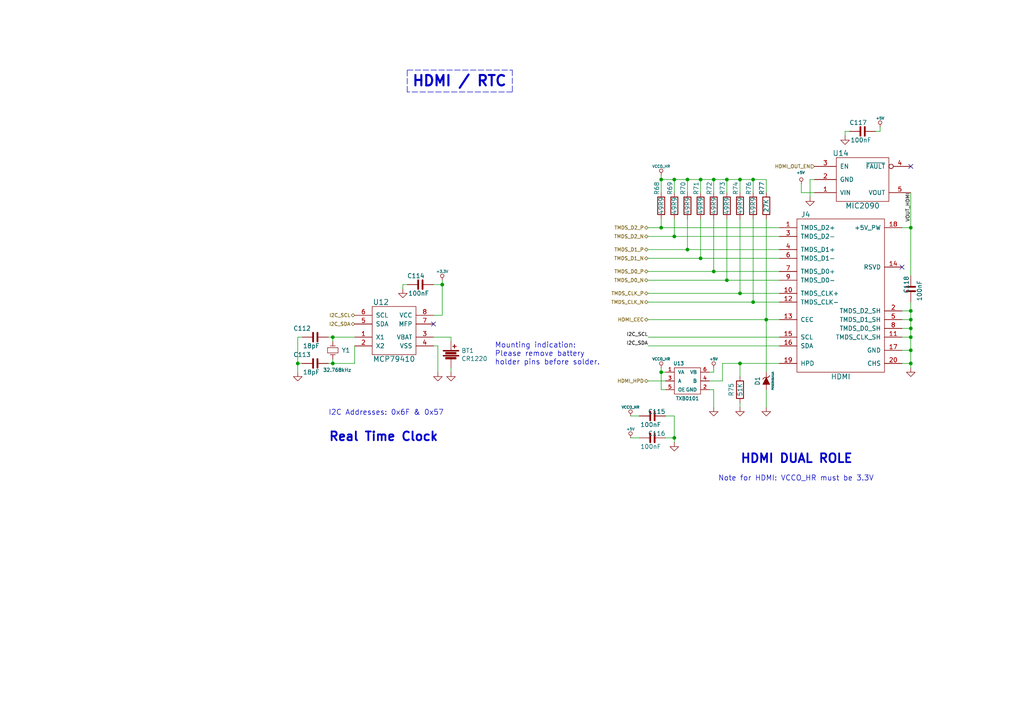
<source format=kicad_sch>
(kicad_sch (version 20250114) (generator "eeschema") (generator_version "9.0")
  (paper "A4")
  (title_block (title "CIAA-ACC HDMI Dual Role") (date "2019-08-28") (rev "V1.4") (company "COMPUTADORA INDUSTRIAL ABIERTA ARGENTINA. CIAA-ACC (HPC)") (comment 1 "Authors: See 'doc/CHANGES.txt' file.      License: See 'doc/LICENCIA_CIAA_ACC.txt' file."))
  (lib_symbols
    (symbol "CIAA_ACC:+3.3V" (power) (pin_names (offset 1.016))
      (property "Value" "+3.3V" (at 0 2.286 0))
      (symbol "+3.3V_0_0"
        (pin power_in line (at 0 0 90) (length 0) (hide yes) (name "+3.3V") (number "1"))
      )
      (symbol "+3.3V_0_1"
        (circle (center 0 1.27) (radius 0.508))
        (polyline (pts (xy 0 0) (xy 0 0.762) (xy 0 0.762) (xy 0 0.762)))
      )
    )
    (symbol "CIAA_ACC:+5V" (power) (pin_names (offset 1.016))
      (property "Value" "+5V" (at 0 2.286 0))
      (symbol "+5V_0_0"
        (pin power_in line (at 0 0 90) (length 0) (hide yes) (name "+5V") (number "1"))
      )
      (symbol "+5V_0_1"
        (circle (center 0 1.27) (radius 0.508))
        (polyline (pts (xy 0 0) (xy 0 0.762) (xy 0 0.762) (xy 0 0.762)))
      )
    )
    (symbol "CIAA_ACC:Battery" (pin_numbers (hide yes)) (pin_names (offset 0))
      (property "Reference" "BT" (at 2.54 1.27 0))
      (property "Value" "Battery" (at 2.54 -1.27 0))
      (symbol "Battery_0_1"
        (rectangle (start -2.286 1.27) (end 2.286 1.016) (fill (type outline)))
        (rectangle (start -2.286 -0.1778) (end 2.286 -0.4318) (fill (type outline)))
        (rectangle (start -1.5748 0.6858) (end 1.4732 0.1778) (fill (type outline)))
        (rectangle (start -1.5748 -0.762) (end 1.4732 -1.27) (fill (type outline)))
        (polyline (pts (xy 0.508 2.413) (xy 1.524 2.413)) (stroke (width 0.254)))
        (polyline (pts (xy 1.016 2.921) (xy 1.016 1.905)) (stroke (width 0.254)))
      )
      (symbol "Battery_1_1"
        (pin passive line (at 0 3.81 270) (length 2.54) (name "~") (number "1"))
        (pin passive line (at 0 -3.81 90) (length 2.54) (name "~") (number "2"))
      )
    )
    (symbol "CIAA_ACC:C" (pin_numbers (hide yes)) (pin_names (offset 0.254))
      (property "Reference" "C" (at 0.635 2.54 0))
      (property "Value" "C" (at 0.635 -2.54 0))
      (symbol "C_0_1"
        (polyline (pts (xy -1.27 0.635) (xy 1.27 0.635)) (stroke (width 0.508)))
        (polyline (pts (xy -1.27 -0.635) (xy 1.27 -0.635)) (stroke (width 0.508)))
        (polyline (pts (xy 0 1.016) (xy 0 0.635)))
        (polyline (pts (xy 0 -1.016) (xy 0 -0.635)))
      )
      (symbol "C_1_1"
        (pin passive line (at 0 3.81 270) (length 2.794) (name "~") (number "1"))
        (pin passive line (at 0 -3.81 90) (length 2.794) (name "~") (number "2"))
      )
    )
    (symbol "CIAA_ACC:GND" (power) (pin_names (offset 0))
      (property "Value" "GND" (at 0 -3.81 0))
      (symbol "GND_0_1"
        (polyline (pts (xy 0 0) (xy 0 -1.27) (xy 1.27 -1.27) (xy 0 -2.54) (xy -1.27 -1.27) (xy 0 -1.27)))
      )
      (symbol "GND_1_1"
        (pin power_in line (at 0 0 270) (length 0) (hide yes) (name "GND") (number "1"))
      )
    )
    (symbol "CIAA_ACC:HDMI" (pin_names (offset 1.016))
      (property "Reference" "J" (at 1.27 3.81 0))
      (property "Value" "HDMI" (at 22.86 -43.18 0))
      (symbol "HDMI_0_1"
        (rectangle (start 0 2.54) (end 25.4 -41.91))
      )
      (symbol "HDMI_1_1"
        (pin passive line (at -5.08 0 0) (length 5.08) (name "TMDS_D2+") (number "1"))
        (pin passive line (at -5.08 -2.54 0) (length 5.08) (name "TMDS_D2-") (number "3"))
        (pin passive line (at -5.08 -6.35 0) (length 5.08) (name "TMDS_D1+") (number "4"))
        (pin passive line (at -5.08 -8.89 0) (length 5.08) (name "TMDS_D1-") (number "6"))
        (pin passive line (at -5.08 -12.7 0) (length 5.08) (name "TMDS_D0+") (number "7"))
        (pin passive line (at -5.08 -15.24 0) (length 5.08) (name "TMDS_D0-") (number "9"))
        (pin passive line (at -5.08 -19.05 0) (length 5.08) (name "TMDS_CLK+") (number "10"))
        (pin passive line (at -5.08 -21.59 0) (length 5.08) (name "TMDS_CLK-") (number "12"))
        (pin passive line (at -5.08 -26.67 0) (length 5.08) (name "CEC") (number "13"))
        (pin passive line (at -5.08 -31.75 0) (length 5.08) (name "SCL") (number "15"))
        (pin passive line (at -5.08 -34.29 0) (length 5.08) (name "SDA") (number "16"))
        (pin passive line (at -5.08 -39.37 0) (length 5.08) (name "HPD") (number "19"))
        (pin passive line (at 30.48 0 180) (length 5.08) (name "+5V_PW") (number "18"))
        (pin passive line (at 30.48 -11.43 180) (length 5.08) (name "RSVD") (number "14"))
        (pin passive line (at 30.48 -24.13 180) (length 5.08) (name "TMDS_D2_SH") (number "2"))
        (pin passive line (at 30.48 -26.67 180) (length 5.08) (name "TMDS_D1_SH") (number "5"))
        (pin passive line (at 30.48 -29.21 180) (length 5.08) (name "TMDS_D0_SH") (number "8"))
        (pin passive line (at 30.48 -31.75 180) (length 5.08) (name "TMDS_CLK_SH") (number "11"))
        (pin passive line (at 30.48 -35.56 180) (length 5.08) (name "GND") (number "17"))
        (pin passive line (at 30.48 -39.37 180) (length 5.08) (name "CHS") (number "20"))
      )
    )
    (symbol "CIAA_ACC:MCP79410" (pin_names (offset 1.016))
      (property "Reference" "U" (at -3.81 3.81 0))
      (property "Value" "MCP79410" (at 0 -12.7 0))
      (symbol "MCP79410_0_1"
        (rectangle (start -6.35 2.54) (end 6.35 -11.43))
      )
      (symbol "MCP79410_1_1"
        (pin bidirectional line (at -11.43 0 0) (length 5.08) (name "SCL") (number "6"))
        (pin bidirectional line (at -11.43 -2.54 0) (length 5.08) (name "SDA") (number "5"))
        (pin passive line (at -11.43 -6.35 0) (length 5.08) (name "X1") (number "1"))
        (pin passive line (at -11.43 -8.89 0) (length 5.08) (name "X2") (number "2"))
        (pin power_in line (at 11.43 0 180) (length 5.08) (name "VCC") (number "8"))
        (pin open_collector line (at 11.43 -2.54 180) (length 5.08) (name "MFP") (number "7"))
        (pin input line (at 11.43 -6.35 180) (length 5.08) (name "VBAT") (number "3"))
        (pin power_in line (at 11.43 -8.89 180) (length 5.08) (name "VSS") (number "4"))
      )
    )
    (symbol "CIAA_ACC:MIC2090" (pin_names (offset 1.016))
      (property "Reference" "U" (at -6.35 13.97 0))
      (property "Value" "MIC2090" (at -5.08 -1.27 0))
      (symbol "MIC2090_0_1"
        (rectangle (start -7.62 12.7) (end 7.62 0))
      )
      (symbol "MIC2090_1_1"
        (pin power_in line (at -13.97 10.16 0) (length 6.35) (name "VIN") (number "1"))
        (pin power_in line (at -13.97 6.35 0) (length 6.35) (name "GND") (number "2"))
        (pin input line (at -13.97 2.54 0) (length 6.35) (name "EN") (number "3"))
        (pin power_out line (at 13.97 10.16 180) (length 6.35) (name "VOUT") (number "5"))
        (pin open_collector inverted (at 13.97 2.54 180) (length 6.35) (name "~{FAULT}") (number "4"))
      )
    )
    (symbol "CIAA_ACC:R" (pin_numbers (hide yes)) (pin_names (offset 0))
      (property "Reference" "R" (at 2.032 0 90))
      (property "Value" "R" (at 0 0 90))
      (symbol "R_0_1"
        (rectangle (start -1.016 -2.54) (end 1.016 2.54) (stroke (width 0.254)))
      )
      (symbol "R_1_1"
        (pin passive line (at 0 3.81 270) (length 1.27) (name "~") (number "1"))
        (pin passive line (at 0 -3.81 90) (length 1.27) (name "~") (number "2"))
      )
    )
    (symbol "CIAA_ACC:TXB0101" (pin_names (offset 1.016))
      (property "Reference" "U" (at -2.54 3.81 0))
      (property "Value" "TXB0101" (at 0 -6.35 0))
      (symbol "TXB0101_0_1"
        (rectangle (start -3.81 2.54) (end 3.81 -5.08))
      )
      (symbol "TXB0101_1_1"
        (pin power_in line (at -6.35 1.27 0) (length 2.54) (name "VA") (number "1"))
        (pin bidirectional line (at -6.35 -1.27 0) (length 2.54) (name "A") (number "3"))
        (pin input line (at -6.35 -3.81 0) (length 2.54) (name "OE") (number "5"))
        (pin power_in line (at 6.35 1.27 180) (length 2.54) (name "VB") (number "6"))
        (pin bidirectional line (at 6.35 -1.27 180) (length 2.54) (name "B") (number "4"))
        (pin power_in line (at 6.35 -3.81 180) (length 2.54) (name "GND") (number "2"))
      )
    )
    (symbol "CIAA_ACC:VCCO_HR" (power) (pin_names (offset 1.016))
      (property "Value" "VCCO_HR" (at 0 2.286 0))
      (symbol "VCCO_HR_0_0"
        (pin power_in line (at 0 0 90) (length 0) (hide yes) (name "VCCO_HR") (number "1"))
      )
      (symbol "VCCO_HR_0_1"
        (circle (center 0 1.27) (radius 0.508))
        (polyline (pts (xy 0 0) (xy 0 0.762) (xy 0 0.762) (xy 0 0.762)))
      )
    )
    (symbol "CIAA_ACC:XTAL" (pin_numbers (hide yes)) (pin_names (offset 1.016) (hide yes))
      (property "Reference" "Y" (at 0 2.54 0))
      (property "Value" "XTAL" (at 0 -2.54 0))
      (symbol "XTAL_0_1"
        (polyline (pts (xy -1.27 -0.762) (xy -1.27 0.762)))
        (rectangle (start -0.762 -1.524) (end 0.762 1.524))
        (polyline (pts (xy 1.27 -0.762) (xy 1.27 0.762)))
      )
      (symbol "XTAL_1_1"
        (pin passive line (at -2.54 0 0) (length 1.27) (name "1") (number "1"))
        (pin passive line (at 2.54 0 180) (length 1.27) (name "2") (number "2"))
      )
    )
    (symbol "CIAA_ACC:ZENER" (pin_numbers (hide yes)) (pin_names (offset 1.016) (hide yes))
      (property "Reference" "D" (at 0 2.54 0))
      (property "Value" "ZENER" (at 0 -2.54 0))
      (symbol "ZENER_0_1"
        (polyline (pts (xy -1.524 1.016) (xy -1.016 0.508) (xy -1.016 -0.508) (xy -0.508 -1.016)) (stroke (width 0.2032)))
        (polyline (pts (xy 1.016 1.016) (xy -1.016 0) (xy 1.016 -1.016) (xy 1.016 1.016)) (fill (type outline)))
      )
      (symbol "ZENER_1_1"
        (pin passive line (at -2.54 0 0) (length 1.524) (name "K") (number "2"))
        (pin passive line (at 2.54 0 180) (length 1.524) (name "A") (number "1"))
      )
    )
  )
  (text "Mounting indication: \nPlease remove battery \nholder pins before solder." (at 143.51 106.045 0) (effects (font (size 1.524 1.524)) (justify left bottom)))
  (text "HDMI / RTC" (at 119.38 25.4 0) (effects (font (size 2.9972 2.9972) (thickness 0.5994) (bold yes)) (justify left bottom)))
  (text "HDMI DUAL ROLE" (at 214.63 134.62 0) (effects (font (size 2.54 2.54) (thickness 0.508) (bold yes)) (justify left bottom)))
  (text "Note for HDMI: VCCO_HR must be 3.3V" (at 208.28 139.7 0) (effects (font (size 1.524 1.524)) (justify left bottom)))
  (text "Real Time Clock" (at 95.25 128.27 0) (effects (font (size 2.54 2.54) (thickness 0.508) (bold yes)) (justify left bottom)))
  (text "I2C Addresses: 0x6F & 0x57" (at 95.25 120.65 0) (effects (font (size 1.524 1.524)) (justify left bottom)))
  (junction (at 264.16 66.04))
  (junction (at 199.39 72.39))
  (junction (at 195.58 52.07))
  (junction (at 210.82 52.07))
  (junction (at 222.25 92.71))
  (junction (at 199.39 52.07))
  (junction (at 210.82 81.28))
  (junction (at 264.16 92.71))
  (junction (at 203.2 74.93))
  (junction (at 264.16 105.41))
  (junction (at 195.58 127))
  (junction (at 264.16 97.79))
  (junction (at 96.52 105.41))
  (junction (at 195.58 68.58))
  (junction (at 214.63 105.41))
  (junction (at 264.16 90.17))
  (junction (at 214.63 52.07))
  (junction (at 128.27 82.55))
  (junction (at 264.16 95.25))
  (junction (at 191.77 66.04))
  (junction (at 214.63 85.09))
  (junction (at 191.77 52.07))
  (junction (at 86.36 105.41))
  (junction (at 218.44 52.07))
  (junction (at 207.01 78.74))
  (junction (at 96.52 97.79))
  (junction (at 203.2 52.07))
  (junction (at 218.44 87.63))
  (junction (at 207.01 52.07))
  (junction (at 264.16 101.6))
  (junction (at 191.77 107.95))
  (no_connect (at 125.73 93.98))
  (no_connect (at 261.62 77.47))
  (no_connect (at 264.16 48.26))
  (wire (pts (xy 207.01 78.74) (xy 226.06 78.74)))
  (wire (pts (xy 130.81 106.68) (xy 130.81 107.95)))
  (wire (pts (xy 207.01 107.95) (xy 207.01 106.68)))
  (wire (pts (xy 199.39 52.07) (xy 203.2 52.07)))
  (wire (pts (xy 203.2 52.07) (xy 207.01 52.07)))
  (wire (pts (xy 209.55 110.49) (xy 209.55 105.41)))
  (wire (pts (xy 187.96 72.39) (xy 199.39 72.39)))
  (wire (pts (xy 191.77 50.8) (xy 191.77 52.07)))
  (wire (pts (xy 193.04 120.65) (xy 195.58 120.65)))
  (wire (pts (xy 222.25 118.11) (xy 222.25 113.03)))
  (wire (pts (xy 195.58 120.65) (xy 195.58 127)))
  (wire (pts (xy 264.16 105.41) (xy 264.16 106.68)))
  (wire (pts (xy 255.27 38.1) (xy 254 38.1)))
  (wire (pts (xy 205.74 113.03) (xy 207.01 113.03)))
  (wire (pts (xy 191.77 52.07) (xy 195.58 52.07)))
  (wire (pts (xy 255.27 36.83) (xy 255.27 38.1)))
  (wire (pts (xy 214.63 63.5) (xy 214.63 85.09)))
  (wire (pts (xy 264.16 101.6) (xy 261.62 101.6)))
  (wire (pts (xy 199.39 72.39) (xy 226.06 72.39)))
  (wire (pts (xy 218.44 63.5) (xy 218.44 87.63)))
  (wire (pts (xy 264.16 87.63) (xy 264.16 90.17)))
  (wire (pts (xy 210.82 81.28) (xy 226.06 81.28)))
  (wire (pts (xy 125.73 100.33) (xy 127 100.33)))
  (wire (pts (xy 86.36 97.79) (xy 86.36 105.41)))
  (wire (pts (xy 96.52 97.79) (xy 102.87 97.79)))
  (wire (pts (xy 195.58 63.5) (xy 195.58 68.58)))
  (wire (pts (xy 226.06 97.79) (xy 187.96 97.79)))
  (wire (pts (xy 210.82 52.07) (xy 210.82 55.88)))
  (wire (pts (xy 187.96 66.04) (xy 191.77 66.04)))
  (wire (pts (xy 264.16 66.04) (xy 264.16 80.01)))
  (wire (pts (xy 218.44 52.07) (xy 222.25 52.07)))
  (polyline (pts (xy 148.59 20.32) (xy 148.59 26.67)) (stroke (width 0) (type dash)))
  (wire (pts (xy 207.01 63.5) (xy 207.01 78.74)))
  (wire (pts (xy 130.81 97.79) (xy 125.73 97.79)))
  (wire (pts (xy 218.44 52.07) (xy 218.44 55.88)))
  (wire (pts (xy 264.16 97.79) (xy 264.16 101.6)))
  (polyline (pts (xy 118.11 26.67) (xy 118.11 20.32)) (stroke (width 0) (type dash)))
  (wire (pts (xy 127 100.33) (xy 127 107.95)))
  (wire (pts (xy 199.39 63.5) (xy 199.39 72.39)))
  (wire (pts (xy 264.16 92.71) (xy 261.62 92.71)))
  (wire (pts (xy 264.16 95.25) (xy 264.16 97.79)))
  (wire (pts (xy 87.63 97.79) (xy 86.36 97.79)))
  (wire (pts (xy 187.96 110.49) (xy 193.04 110.49)))
  (wire (pts (xy 125.73 82.55) (xy 128.27 82.55)))
  (wire (pts (xy 187.96 78.74) (xy 207.01 78.74)))
  (wire (pts (xy 214.63 52.07) (xy 214.63 55.88)))
  (wire (pts (xy 245.11 38.1) (xy 245.11 39.37)))
  (wire (pts (xy 210.82 52.07) (xy 214.63 52.07)))
  (wire (pts (xy 187.96 85.09) (xy 214.63 85.09)))
  (wire (pts (xy 214.63 105.41) (xy 214.63 109.22)))
  (wire (pts (xy 264.16 92.71) (xy 264.16 95.25)))
  (wire (pts (xy 195.58 68.58) (xy 226.06 68.58)))
  (wire (pts (xy 205.74 107.95) (xy 207.01 107.95)))
  (wire (pts (xy 234.95 52.07) (xy 234.95 57.15)))
  (wire (pts (xy 218.44 87.63) (xy 226.06 87.63)))
  (polyline (pts (xy 148.59 26.67) (xy 118.11 26.67)) (stroke (width 0) (type dash)))
  (wire (pts (xy 246.38 38.1) (xy 245.11 38.1)))
  (wire (pts (xy 264.16 55.88) (xy 264.16 66.04)))
  (wire (pts (xy 264.16 101.6) (xy 264.16 105.41)))
  (wire (pts (xy 203.2 63.5) (xy 203.2 74.93)))
  (wire (pts (xy 214.63 52.07) (xy 218.44 52.07)))
  (wire (pts (xy 214.63 85.09) (xy 226.06 85.09)))
  (wire (pts (xy 195.58 127) (xy 195.58 128.27)))
  (wire (pts (xy 261.62 90.17) (xy 264.16 90.17)))
  (wire (pts (xy 264.16 66.04) (xy 261.62 66.04)))
  (wire (pts (xy 86.36 105.41) (xy 86.36 107.95)))
  (wire (pts (xy 199.39 52.07) (xy 199.39 55.88)))
  (wire (pts (xy 214.63 116.84) (xy 214.63 118.11)))
  (wire (pts (xy 95.25 105.41) (xy 96.52 105.41)))
  (wire (pts (xy 187.96 87.63) (xy 218.44 87.63)))
  (wire (pts (xy 191.77 113.03) (xy 193.04 113.03)))
  (wire (pts (xy 264.16 95.25) (xy 261.62 95.25)))
  (polyline (pts (xy 118.11 20.32) (xy 148.59 20.32)) (stroke (width 0) (type dash)))
  (wire (pts (xy 128.27 91.44) (xy 125.73 91.44)))
  (wire (pts (xy 96.52 105.41) (xy 102.87 105.41)))
  (wire (pts (xy 116.84 83.82) (xy 116.84 82.55)))
  (wire (pts (xy 232.41 53.34) (xy 232.41 55.88)))
  (wire (pts (xy 185.42 127) (xy 182.88 127)))
  (wire (pts (xy 205.74 110.49) (xy 209.55 110.49)))
  (wire (pts (xy 185.42 120.65) (xy 182.88 120.65)))
  (wire (pts (xy 222.25 92.71) (xy 226.06 92.71)))
  (wire (pts (xy 193.04 107.95) (xy 191.77 107.95)))
  (wire (pts (xy 264.16 105.41) (xy 261.62 105.41)))
  (wire (pts (xy 203.2 52.07) (xy 203.2 55.88)))
  (wire (pts (xy 236.22 52.07) (xy 234.95 52.07)))
  (wire (pts (xy 207.01 52.07) (xy 207.01 55.88)))
  (wire (pts (xy 264.16 97.79) (xy 261.62 97.79)))
  (wire (pts (xy 95.25 97.79) (xy 96.52 97.79)))
  (wire (pts (xy 128.27 82.55) (xy 128.27 91.44)))
  (wire (pts (xy 193.04 127) (xy 195.58 127)))
  (wire (pts (xy 207.01 113.03) (xy 207.01 118.11)))
  (wire (pts (xy 191.77 52.07) (xy 191.77 55.88)))
  (wire (pts (xy 222.25 63.5) (xy 222.25 92.71)))
  (wire (pts (xy 214.63 105.41) (xy 226.06 105.41)))
  (wire (pts (xy 203.2 74.93) (xy 226.06 74.93)))
  (wire (pts (xy 130.81 99.06) (xy 130.81 97.79)))
  (wire (pts (xy 187.96 68.58) (xy 195.58 68.58)))
  (wire (pts (xy 128.27 81.28) (xy 128.27 82.55)))
  (wire (pts (xy 207.01 52.07) (xy 210.82 52.07)))
  (wire (pts (xy 191.77 106.68) (xy 191.77 107.95)))
  (wire (pts (xy 87.63 105.41) (xy 86.36 105.41)))
  (wire (pts (xy 209.55 105.41) (xy 214.63 105.41)))
  (wire (pts (xy 187.96 74.93) (xy 203.2 74.93)))
  (wire (pts (xy 187.96 92.71) (xy 222.25 92.71)))
  (wire (pts (xy 191.77 63.5) (xy 191.77 66.04)))
  (wire (pts (xy 96.52 99.06) (xy 96.52 97.79)))
  (wire (pts (xy 187.96 81.28) (xy 210.82 81.28)))
  (wire (pts (xy 222.25 52.07) (xy 222.25 55.88)))
  (wire (pts (xy 187.96 100.33) (xy 226.06 100.33)))
  (wire (pts (xy 195.58 52.07) (xy 199.39 52.07)))
  (wire (pts (xy 191.77 107.95) (xy 191.77 113.03)))
  (wire (pts (xy 96.52 104.14) (xy 96.52 105.41)))
  (wire (pts (xy 264.16 90.17) (xy 264.16 92.71)))
  (wire (pts (xy 232.41 55.88) (xy 236.22 55.88)))
  (wire (pts (xy 116.84 82.55) (xy 118.11 82.55)))
  (wire (pts (xy 191.77 66.04) (xy 226.06 66.04)))
  (wire (pts (xy 222.25 92.71) (xy 222.25 107.95)))
  (wire (pts (xy 210.82 63.5) (xy 210.82 81.28)))
  (wire (pts (xy 195.58 55.88) (xy 195.58 52.07)))
  (wire (pts (xy 102.87 105.41) (xy 102.87 100.33)))
  (label "VOUT_HDMI" (at 264.16 55.88 270) (effects (font (size 1.016 1.016))))
  (label "I2C_SCL" (at 187.96 97.79 180) (effects (font (size 1.016 1.016))))
  (label "I2C_SDA" (at 187.96 100.33 180) (effects (font (size 1.016 1.016))))
  (hierarchical_label "TMDS_CLK_N" (shape bidirectional) (at 187.96 87.63 180) (effects (font (size 1.016 1.016))))
  (hierarchical_label "TMDS_D2_P" (shape bidirectional) (at 187.96 66.04 180) (effects (font (size 1.016 1.016))))
  (hierarchical_label "I2C_SDA" (shape bidirectional) (at 102.87 93.98 180) (effects (font (size 1.016 1.016))))
  (hierarchical_label "I2C_SCL" (shape bidirectional) (at 102.87 91.44 180) (effects (font (size 1.016 1.016))))
  (hierarchical_label "HDMI_OUT_EN" (shape input) (at 236.22 48.26 180) (effects (font (size 1.016 1.016))))
  (hierarchical_label "TMDS_D0_P" (shape bidirectional) (at 187.96 78.74 180) (effects (font (size 1.016 1.016))))
  (hierarchical_label "HDMI_HPD" (shape bidirectional) (at 187.96 110.49 180) (effects (font (size 1.016 1.016))))
  (hierarchical_label "TMDS_D0_N" (shape bidirectional) (at 187.96 81.28 180) (effects (font (size 1.016 1.016))))
  (hierarchical_label "TMDS_CLK_P" (shape bidirectional) (at 187.96 85.09 180) (effects (font (size 1.016 1.016))))
  (hierarchical_label "TMDS_D1_N" (shape bidirectional) (at 187.96 74.93 180) (effects (font (size 1.016 1.016))))
  (hierarchical_label "HDMI_CEC" (shape bidirectional) (at 187.96 92.71 180) (effects (font (size 1.016 1.016))))
  (hierarchical_label "TMDS_D2_N" (shape bidirectional) (at 187.96 68.58 180) (effects (font (size 1.016 1.016))))
  (hierarchical_label "TMDS_D1_P" (shape bidirectional) (at 187.96 72.39 180) (effects (font (size 1.016 1.016))))
  (symbol (lib_id "CIAA_ACC:MCP79410") (at 114.3 91.44 0) (unit 1)
    (property "Reference" "U12" (at 110.49 87.63 0) (effects (font (size 1.524 1.524))))
    (property "Value" "MCP79410" (at 114.3 104.14 0) (effects (font (size 1.524 1.524))))
    (property "Footprint" "soic-sop-tssop:MSOP-8" (effects (hide yes)))
    (property "Desc" "IC RTC CLK/CALENDAR I2C 8-MSOP" (effects (hide yes)))
    (property "Manf" "Microchip" (effects (hide yes)))
    (property "Manf#" "MCP79410-I/MS" (effects (hide yes)))
    (property "Digikey#" "MCP79410-I/MS-ND" (effects (hide yes)))
  )
  (symbol (lib_id "CIAA_ACC:Battery") (at 130.81 102.87 0) (unit 1)
    (property "Reference" "BT1" (at 133.8072 101.7016 0) (effects (justify left)))
    (property "Value" "CR1220" (at 133.8072 104.0384 0) (effects (justify left)))
    (property "Footprint" "conn:BC501SM" (effects (hide yes)))
    (property "Desc" "HOLDER COIN CELL FOR CR1220 SMD" (effects (hide yes)))
    (property "Manf" "MPD" (effects (hide yes)))
    (property "Manf#" "BC501SM" (effects (hide yes)))
    (property "Digikey#" "BC501SM-ND" (effects (hide yes)))
  )
  (symbol (lib_id "CIAA_ACC:R") (at 218.44 59.69 0) (unit 1)
    (property "Reference" "R76" (at 217.17 54.61 90))
    (property "Value" "49R9" (at 218.44 59.69 90))
    (property "Footprint" "chip_rlc:r_0402" (effects (hide yes)))
    (property "Desc" "RES SMD 49.9 OHM 1% 1/16W 0402" (effects (hide yes)))
    (property "Manf" "Yageo" (effects (hide yes)))
    (property "Manf#" "RC0402FR-0749R9L" (effects (hide yes)))
    (property "Digikey#" "311-49.9LRCT-ND" (effects (hide yes)))
  )
  (symbol (lib_id "CIAA_ACC:R") (at 214.63 59.69 0) (unit 1)
    (property "Reference" "R74" (at 213.36 54.61 90))
    (property "Value" "49R9" (at 214.63 59.69 90))
    (property "Footprint" "chip_rlc:r_0402" (effects (hide yes)))
    (property "Desc" "RES SMD 49.9 OHM 1% 1/16W 0402" (effects (hide yes)))
    (property "Manf" "Yageo" (effects (hide yes)))
    (property "Manf#" "RC0402FR-0749R9L" (effects (hide yes)))
    (property "Digikey#" "311-49.9LRCT-ND" (effects (hide yes)))
  )
  (symbol (lib_id "CIAA_ACC:R") (at 210.82 59.69 0) (unit 1)
    (property "Reference" "R73" (at 209.55 54.61 90))
    (property "Value" "49R9" (at 210.82 59.69 90))
    (property "Footprint" "chip_rlc:r_0402" (effects (hide yes)))
    (property "Desc" "RES SMD 49.9 OHM 1% 1/16W 0402" (effects (hide yes)))
    (property "Manf" "Yageo" (effects (hide yes)))
    (property "Manf#" "RC0402FR-0749R9L" (effects (hide yes)))
    (property "Digikey#" "311-49.9LRCT-ND" (effects (hide yes)))
  )
  (symbol (lib_id "CIAA_ACC:R") (at 207.01 59.69 0) (unit 1)
    (property "Reference" "R72" (at 205.74 54.61 90))
    (property "Value" "49R9" (at 207.01 59.69 90))
    (property "Footprint" "chip_rlc:r_0402" (effects (hide yes)))
    (property "Desc" "RES SMD 49.9 OHM 1% 1/16W 0402" (effects (hide yes)))
    (property "Manf" "Yageo" (effects (hide yes)))
    (property "Manf#" "RC0402FR-0749R9L" (effects (hide yes)))
    (property "Digikey#" "311-49.9LRCT-ND" (effects (hide yes)))
  )
  (symbol (lib_id "CIAA_ACC:R") (at 203.2 59.69 0) (unit 1)
    (property "Reference" "R71" (at 201.93 54.61 90))
    (property "Value" "49R9" (at 203.2 59.69 90))
    (property "Footprint" "chip_rlc:r_0402" (effects (hide yes)))
    (property "Desc" "RES SMD 49.9 OHM 1% 1/16W 0402" (effects (hide yes)))
    (property "Manf" "Yageo" (effects (hide yes)))
    (property "Manf#" "RC0402FR-0749R9L" (effects (hide yes)))
    (property "Digikey#" "311-49.9LRCT-ND" (effects (hide yes)))
  )
  (symbol (lib_id "CIAA_ACC:R") (at 199.39 59.69 0) (unit 1)
    (property "Reference" "R70" (at 198.12 54.61 90))
    (property "Value" "49R9" (at 199.39 59.69 90))
    (property "Footprint" "chip_rlc:r_0402" (effects (hide yes)))
    (property "Desc" "RES SMD 49.9 OHM 1% 1/16W 0402" (effects (hide yes)))
    (property "Manf" "Yageo" (effects (hide yes)))
    (property "Manf#" "RC0402FR-0749R9L" (effects (hide yes)))
    (property "Digikey#" "311-49.9LRCT-ND" (effects (hide yes)))
  )
  (symbol (lib_id "CIAA_ACC:R") (at 195.58 59.69 0) (unit 1)
    (property "Reference" "R69" (at 194.31 54.61 90))
    (property "Value" "49R9" (at 195.58 59.69 90))
    (property "Footprint" "chip_rlc:r_0402" (effects (hide yes)))
    (property "Desc" "RES SMD 49.9 OHM 1% 1/16W 0402" (effects (hide yes)))
    (property "Manf" "Yageo" (effects (hide yes)))
    (property "Manf#" "RC0402FR-0749R9L" (effects (hide yes)))
    (property "Digikey#" "311-49.9LRCT-ND" (effects (hide yes)))
  )
  (symbol (lib_id "CIAA_ACC:R") (at 191.77 59.69 0) (unit 1)
    (property "Reference" "R68" (at 190.5 54.61 90))
    (property "Value" "49R9" (at 191.77 59.69 90))
    (property "Footprint" "chip_rlc:r_0402" (effects (hide yes)))
    (property "Desc" "RES SMD 49.9 OHM 1% 1/16W 0402" (effects (hide yes)))
    (property "Manf" "Yageo" (effects (hide yes)))
    (property "Manf#" "RC0402FR-0749R9L" (effects (hide yes)))
    (property "Digikey#" "311-49.9LRCT-ND" (effects (hide yes)))
  )
  (symbol (lib_id "CIAA_ACC:+5V") (at 232.41 53.34 0) (unit 1)
    (property "Reference" "#PWR0198" (effects (hide yes)))
    (property "Value" "+5V" (at 232.2322 50.0634 0) (effects (font (size 0.762 0.762))))
  )
  (symbol (lib_id "CIAA_ACC:MIC2090") (at 250.19 45.72 0) (mirror x) (unit 1)
    (property "Reference" "U14" (at 243.84 44.45 0) (effects (font (size 1.524 1.524))))
    (property "Value" "MIC2090" (at 250.19 59.69 0) (effects (font (size 1.524 1.524))))
    (property "Footprint" "to-sod-sot:SOT-23-5" (effects (hide yes)))
    (property "Desc" "IC DISTRIBUTION SW 50MA SOT-23-5" (effects (hide yes)))
    (property "Manf" "Microchip" (effects (hide yes)))
    (property "Manf#" "MIC2090-1YM5-TR" (effects (hide yes)))
    (property "Digikey#" "576-3890-1-ND" (effects (hide yes)))
  )
  (symbol (lib_id "CIAA_ACC:VCCO_HR") (at 191.77 50.8 0) (unit 1)
    (property "Reference" "#PWR0199" (effects (hide yes)))
    (property "Value" "VCCO_HR" (at 191.77 48.26 0) (effects (font (size 0.762 0.762))))
  )
  (symbol (lib_id "CIAA_ACC:GND") (at 264.16 106.68 0) (unit 1)
    (property "Reference" "#PWR0200" (effects (hide yes)))
    (property "Value" "GND" (effects (hide yes)))
  )
  (symbol (lib_id "CIAA_ACC:GND") (at 234.95 57.15 0) (unit 1)
    (property "Reference" "#PWR0201" (effects (hide yes)))
    (property "Value" "GND" (effects (hide yes)))
  )
  (symbol (lib_id "CIAA_ACC:GND") (at 245.11 39.37 0) (unit 1)
    (property "Reference" "#PWR0202" (effects (hide yes)))
    (property "Value" "GND" (effects (hide yes)))
  )
  (symbol (lib_id "CIAA_ACC:+5V") (at 255.27 36.83 0) (unit 1)
    (property "Reference" "#PWR0203" (effects (hide yes)))
    (property "Value" "+5V" (at 255.27 34.29 0) (effects (font (size 0.762 0.762))))
  )
  (symbol (lib_id "CIAA_ACC:R") (at 222.25 59.69 180) (unit 1)
    (property "Reference" "R77" (at 220.98 54.61 90))
    (property "Value" "27K" (at 222.25 59.69 90))
    (property "Footprint" "chip_rlc:r_0402" (effects (hide yes)))
    (property "Desc" "27k Ohm ±5% 0.063W, 1/16W Surface Mount Resistor Thick Film ±100ppm/°C 0402" (effects (hide yes)))
    (property "Manf" "Yageo" (effects (hide yes)))
    (property "Manf#" "RC0402JR-0727KL" (effects (hide yes)))
    (property "Digikey#" "311-27KJRCT-ND" (effects (hide yes)))
  )
  (symbol (lib_id "CIAA_ACC:ZENER") (at 222.25 110.49 270) (unit 1)
    (property "Reference" "D1" (at 219.71 110.49 0))
    (property "Value" "PESD3V3U1UA" (at 224.155 110.49 0) (effects (font (size 0.508 0.508))))
    (property "Footprint" "to-sod-sot:SOD-323" (effects (hide yes)))
    (property "Desc" "TVS DIODE 3.3VWM SOD323" (effects (hide yes)))
    (property "Manf" "NXP" (effects (hide yes)))
    (property "Manf#" "PESD3V3U1UA,115" (effects (hide yes)))
    (property "Digikey#" "568-4667-1-ND" (effects (hide yes)))
  )
  (symbol (lib_id "CIAA_ACC:GND") (at 222.25 118.11 0) (unit 1)
    (property "Reference" "#PWR0204" (effects (hide yes)))
    (property "Value" "GND" (effects (hide yes)))
  )
  (symbol (lib_id "CIAA_ACC:HDMI") (at 231.14 66.04 0) (unit 1)
    (property "Reference" "J4" (at 233.68 62.23 0) (effects (font (size 1.524 1.524))))
    (property "Value" "HDMI" (at 243.84 109.22 0) (effects (font (size 1.524 1.524))))
    (property "Footprint" "conn:10029449-111RLF" (effects (hide yes)))
    (property "Desc" "HDMI Receptacle Connector 19 Position Surface Mount, Right Angle, Horizontal" (effects (hide yes)))
    (property "Manf" "Amphenol FCI" (effects (hide yes)))
    (property "Manf#" "10029449-111RLF" (effects (hide yes)))
    (property "Digikey#" "609-4614-1-ND" (effects (hide yes)))
  )
  (symbol (lib_id "CIAA_ACC:+3.3V") (at 128.27 81.28 0) (unit 1)
    (property "Reference" "#PWR0206" (effects (hide yes)))
    (property "Value" "+3.3V" (at 128.27 78.74 0) (effects (font (size 0.762 0.762))))
  )
  (symbol (lib_id "CIAA_ACC:GND") (at 116.84 83.82 0) (unit 1)
    (property "Reference" "#PWR0207" (effects (hide yes)))
    (property "Value" "GND" (effects (hide yes)))
  )
  (symbol (lib_id "CIAA_ACC:GND") (at 127 107.95 0) (unit 1)
    (property "Reference" "#PWR0208" (effects (hide yes)))
    (property "Value" "GND" (effects (hide yes)))
  )
  (symbol (lib_id "CIAA_ACC:GND") (at 130.81 107.95 0) (unit 1)
    (property "Reference" "#PWR0209" (effects (hide yes)))
    (property "Value" "GND" (effects (hide yes)))
  )
  (symbol (lib_id "CIAA_ACC:+5V") (at 182.88 127 0) (unit 1)
    (property "Reference" "#PWR0210" (effects (hide yes)))
    (property "Value" "+5V" (at 182.88 124.46 0) (effects (font (size 0.762 0.762))))
  )
  (symbol (lib_id "CIAA_ACC:VCCO_HR") (at 191.77 106.68 0) (unit 1)
    (property "Reference" "#PWR0211" (effects (hide yes)))
    (property "Value" "VCCO_HR" (at 191.77 104.14 0) (effects (font (size 0.762 0.762))))
  )
  (symbol (lib_id "CIAA_ACC:GND") (at 207.01 118.11 0) (unit 1)
    (property "Reference" "#PWR0212" (effects (hide yes)))
    (property "Value" "GND" (effects (hide yes)))
  )
  (symbol (lib_id "CIAA_ACC:TXB0101") (at 199.39 109.22 0) (unit 1)
    (property "Reference" "U13" (at 196.85 105.41 0) (effects (font (size 1.016 1.016))))
    (property "Value" "TXB0101" (at 199.39 115.57 0) (effects (font (size 1.016 1.016))))
    (property "Footprint" "to-sod-sot:SC-70-6" (effects (hide yes)))
    (property "Desc" "IC VOLT-LVL TRANSL BI-DIR SC70-6" (effects (hide yes)))
    (property "Manf" "Texas Instruments" (effects (hide yes)))
    (property "Manf#" "TXB0101DCKR" (effects (hide yes)))
    (property "Digikey#" "296-22861-1-ND" (effects (hide yes)))
  )
  (symbol (lib_id "CIAA_ACC:+5V") (at 207.01 106.68 0) (unit 1)
    (property "Reference" "#PWR0213" (effects (hide yes)))
    (property "Value" "+5V" (at 207.01 104.14 0) (effects (font (size 0.762 0.762))))
  )
  (symbol (lib_id "CIAA_ACC:GND") (at 195.58 128.27 0) (unit 1)
    (property "Reference" "#PWR0214" (effects (hide yes)))
    (property "Value" "GND" (effects (hide yes)))
  )
  (symbol (lib_id "CIAA_ACC:VCCO_HR") (at 182.88 120.65 0) (unit 1)
    (property "Reference" "#PWR0215" (effects (hide yes)))
    (property "Value" "VCCO_HR" (at 182.88 118.11 0) (effects (font (size 0.762 0.762))))
  )
  (symbol (lib_id "CIAA_ACC:R") (at 214.63 113.03 0) (unit 1)
    (property "Reference" "R75" (at 212.09 113.03 90))
    (property "Value" "51K" (at 214.63 113.03 90))
    (property "Footprint" "chip_rlc:r_0402" (effects (hide yes)))
    (property "Desc" "RES SMD 51K OHM 5% 1/16W 0402" (effects (hide yes)))
    (property "Manf" "Yageo" (effects (hide yes)))
    (property "Manf#" "RC0402JR-0751KL" (effects (hide yes)))
    (property "Digikey#" "311-51KJRCT-ND" (effects (hide yes)))
  )
  (symbol (lib_id "CIAA_ACC:GND") (at 214.63 118.11 0) (unit 1)
    (property "Reference" "#PWR0216" (effects (hide yes)))
    (property "Value" "GND" (effects (hide yes)))
  )
  (symbol (lib_id "CIAA_ACC:C") (at 189.23 120.65 90) (unit 1)
    (property "Reference" "C115" (at 193.04 119.38 90) (effects (justify left)))
    (property "Value" "100nF" (at 191.77 123.19 90) (effects (justify left)))
    (property "Footprint" "chip_rlc:c_0201" (effects (hide yes)))
    (property "Desc" "CAP CER 0.1UF 10V X5R 0201" (effects (hide yes)))
    (property "Manf" "Murata" (effects (hide yes)))
    (property "Manf#" "GRM033R61A104ME15D" (effects (hide yes)))
    (property "Digikey#" "490-5405-1-ND" (effects (hide yes)))
  )
  (symbol (lib_id "CIAA_ACC:C") (at 189.23 127 90) (unit 1)
    (property "Reference" "C116" (at 193.04 125.73 90) (effects (justify left)))
    (property "Value" "100nF" (at 191.77 129.54 90) (effects (justify left)))
    (property "Footprint" "chip_rlc:c_0201" (effects (hide yes)))
    (property "Desc" "CAP CER 0.1UF 10V X5R 0201" (effects (hide yes)))
    (property "Manf" "Murata" (effects (hide yes)))
    (property "Manf#" "GRM033R61A104ME15D" (effects (hide yes)))
    (property "Digikey#" "490-5405-1-ND" (effects (hide yes)))
  )
  (symbol (lib_id "CIAA_ACC:XTAL") (at 96.52 101.6 270) (unit 1)
    (property "Reference" "Y1" (at 100.33 101.6 90))
    (property "Value" "32.768kHz" (at 97.79 107.315 90) (effects (font (size 1.016 1.016))))
    (property "Footprint" "xtal-res-osc:ABRACON-ABS06" (effects (hide yes)))
    (property "Desc" "32.768kHz ±10ppm Crystal 9pF 90 kOhm -40°C ~ 85°C Surface Mount 2-SMD" (effects (hide yes)))
    (property "Manf" "Abracon" (effects (hide yes)))
    (property "Manf#" "ABS06-32.768KHZ-9-1-T" (effects (hide yes)))
    (property "Digikey#" "535-10247-1-ND" (effects (hide yes)))
  )
  (symbol (lib_id "CIAA_ACC:C") (at 91.44 97.79 90) (unit 1)
    (property "Reference" "C112" (at 90.17 95.25 90) (effects (justify left)))
    (property "Value" "18pF" (at 92.71 100.33 90) (effects (justify left)))
    (property "Footprint" "chip_rlc:c_0201" (effects (hide yes)))
    (property "Desc" "CAP CER 18PF 50V NP0 0201" (effects (hide yes)))
    (property "Manf" "Murata" (effects (hide yes)))
    (property "Manf#" "GRM0335C1H180JA01D" (effects (hide yes)))
    (property "Digikey#" "490-6117-2-ND" (effects (hide yes)))
  )
  (symbol (lib_id "CIAA_ACC:C") (at 91.44 105.41 90) (unit 1)
    (property "Reference" "C113" (at 90.17 102.87 90) (effects (justify left)))
    (property "Value" "18pF" (at 92.71 107.95 90) (effects (justify left)))
    (property "Footprint" "chip_rlc:c_0201" (effects (hide yes)))
    (property "Desc" "CAP CER 18PF 50V NP0 0201" (effects (hide yes)))
    (property "Manf" "Murata" (effects (hide yes)))
    (property "Manf#" "GRM0335C1H180JA01D" (effects (hide yes)))
    (property "Digikey#" "490-6117-2-ND" (effects (hide yes)))
  )
  (symbol (lib_id "CIAA_ACC:GND") (at 86.36 107.95 0) (unit 1)
    (property "Reference" "#PWR0205" (effects (hide yes)))
    (property "Value" "GND" (effects (hide yes)))
  )
  (symbol (lib_id "CIAA_ACC:C") (at 264.16 83.82 180) (unit 1)
    (property "Reference" "C118" (at 262.89 80.01 90) (effects (justify left)))
    (property "Value" "100nF" (at 266.7 81.28 90) (effects (justify left)))
    (property "Footprint" "chip_rlc:c_0201" (effects (hide yes)))
    (property "Desc" "CAP CER 0.1UF 10V X5R 0201" (effects (hide yes)))
    (property "Manf" "Murata" (effects (hide yes)))
    (property "Manf#" "GRM033R61A104ME15D" (effects (hide yes)))
    (property "Digikey#" "490-5405-1-ND" (effects (hide yes)))
  )
  (symbol (lib_id "CIAA_ACC:C") (at 121.92 82.55 90) (unit 1)
    (property "Reference" "C114" (at 123.19 80.01 90) (effects (justify left)))
    (property "Value" "100nF" (at 124.46 85.09 90) (effects (justify left)))
    (property "Footprint" "chip_rlc:c_0201" (effects (hide yes)))
    (property "Desc" "CAP CER 0.1UF 10V X5R 0201" (effects (hide yes)))
    (property "Manf" "Murata" (effects (hide yes)))
    (property "Manf#" "GRM033R61A104ME15D" (effects (hide yes)))
    (property "Digikey#" "490-5405-1-ND" (effects (hide yes)))
  )
  (symbol (lib_id "CIAA_ACC:C") (at 250.19 38.1 90) (unit 1)
    (property "Reference" "C117" (at 251.46 35.56 90) (effects (justify left)))
    (property "Value" "100nF" (at 252.73 40.64 90) (effects (justify left)))
    (property "Footprint" "chip_rlc:c_0201" (effects (hide yes)))
    (property "Desc" "CAP CER 0.1UF 10V X5R 0201" (effects (hide yes)))
    (property "Manf" "Murata" (effects (hide yes)))
    (property "Manf#" "GRM033R61A104ME15D" (effects (hide yes)))
    (property "Digikey#" "490-5405-1-ND" (effects (hide yes)))
  )
)
</source>
